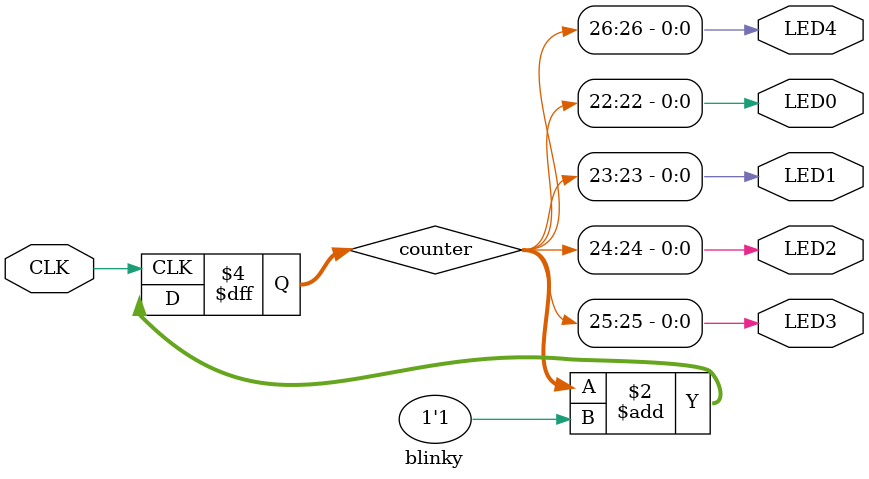
<source format=sv>

module blinky (
    input  logic CLK,   // 12MHz clock
    output logic LED4,  // LED to blink
    // The rest of the LEDs are turned off.
    output logic LED3,
    output logic LED2,
    output logic LED1,
    output logic LED0
);

  logic [27:0] counter = '0;

  always_ff @(posedge CLK) counter <= counter + 1'd1;

  assign {LED4, LED3, LED2, LED1, LED0} = counter[26:22];

endmodule

</source>
